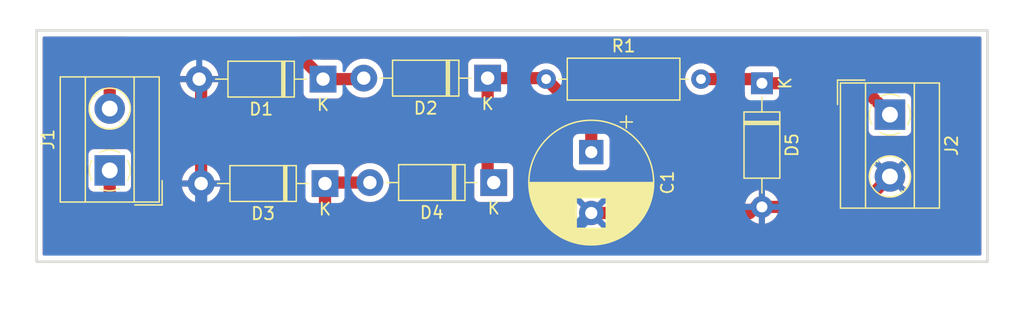
<source format=kicad_pcb>
(kicad_pcb (version 20240108) (generator "pcbnew") (generator_version "8.0")
  (layers (0 "F.Cu" signal) (31 "B.Cu" signal) (34 "B.Paste" user) (35 "F.Paste" user) (36 "B.SilkS" user "B.Silkscreen") (37 "F.SilkS" user "F.Silkscreen") (38 "B.Mask" user) (39 "F.Mask" user) (44 "Edge.Cuts" user))
  (net 0 "")
  (net 1 "GND")
  (net 2 "Net-(D2-K)")
  (net 3 "Net-(D1-K)")
  (net 4 "Net-(D3-K)")
  (net 5 "Net-(D5-K)")
  (footprint "Diode_THT:D_DO-41_SOD81_P10.16mm_Horizontal" (layer "F.Cu") (at 142.5 91.5 180)
    (property "Reference" "D4" (at 5.08 -2.47 180) (layer "F.SilkS"))
    (property "Value" "D")
    (fp_line (start 8.82 0) (end 7.8 0) (stroke (width 0.12)) (layer "F.SilkS"))
    (fp_line (start 7.8 1.47) (end 7.8 -1.47) (stroke (width 0.12)) (layer "F.SilkS"))
    (fp_line (start 7.8 -1.47) (end 2.36 -1.47) (stroke (width 0.12)) (layer "F.SilkS"))
    (fp_line (start 3.38 -1.47) (end 3.38 1.47) (stroke (width 0.12)) (layer "F.SilkS"))
    (fp_line (start 3.26 -1.47) (end 3.26 1.47) (stroke (width 0.12)) (layer "F.SilkS"))
    (fp_line (start 3.14 -1.47) (end 3.14 1.47) (stroke (width 0.12)) (layer "F.SilkS"))
    (fp_line (start 2.36 1.47) (end 7.8 1.47) (stroke (width 0.12)) (layer "F.SilkS"))
    (fp_line (start 2.36 -1.47) (end 2.36 1.47) (stroke (width 0.12)) (layer "F.SilkS"))
    (fp_line (start 1.34 0) (end 2.36 0) (stroke (width 0.12)) (layer "F.SilkS"))
    (fp_text user "K" (at 0 -2.1 180) (layer "F.SilkS"))
    (pad "1" thru_hole rect (at 0 0 180) (size 2.2 2.2) (drill 1.1) (layers "*.Cu" "*.Mask") (net 2 "Net-(D2-K)"))
    (pad "2" thru_hole oval (at 10.16 0 180) (size 2.2 2.2) (drill 1.1) (layers "*.Cu" "*.Mask") (net 4 "Net-(D3-K)"))
  )
  (footprint "TerminalBlock_MetzConnect:TerminalBlock_MetzConnect_Type101_RT01602HBWC_1x02_P5.08mm_Horizontal" (layer "F.Cu") (at 111 90.5 90)
    (property "Reference" "J1" (at 2.54 -5.06 -90) (layer "F.SilkS"))
    (property "Value" "Screw_Terminal_01x02")
    (fp_line (start 7.68 -4.06) (end 7.68 4.06) (stroke (width 0.12)) (layer "F.SilkS"))
    (fp_line (start -2.6 -4.06) (end 7.68 -4.06) (stroke (width 0.12)) (layer "F.SilkS"))
    (fp_line (start -2.6 -4.06) (end -2.6 4.06) (stroke (width 0.12)) (layer "F.SilkS"))
    (fp_line (start -2.6 -2) (end 7.68 -2) (stroke (width 0.12)) (layer "F.SilkS"))
    (fp_line (start 6.15 -1.275) (end 6.091 -1.216) (stroke (width 0.12)) (layer "F.SilkS"))
    (fp_line (start 6.355 -1.069) (end 6.261 -0.976) (stroke (width 0.12)) (layer "F.SilkS"))
    (fp_line (start 3.9 0.976) (end 3.806 1.069) (stroke (width 0.12)) (layer "F.SilkS"))
    (fp_line (start 4.07 1.216) (end 4.011 1.274) (stroke (width 0.12)) (layer "F.SilkS"))
    (fp_line (start -2.6 2) (end 7.68 2) (stroke (width 0.12)) (layer "F.SilkS"))
    (fp_line (start -2.84 2.06) (end -2.84 4.3) (stroke (width 0.12)) (layer "F.SilkS"))
    (fp_line (start -2.6 4.06) (end 7.68 4.06) (stroke (width 0.12)) (layer "F.SilkS"))
    (fp_line (start -2.84 4.3) (end -0.84 4.3) (stroke (width 0.12)) (layer "F.SilkS"))
    (fp_arc (start -0.789089 -1.483953) (mid -0.00005 -1.680708) (end 0.789 -1.484) (stroke (width 0.12)) (layer "F.SilkS"))
    (fp_arc (start 1.483953 -0.789089) (mid 1.680708 -0.00005) (end 1.484 0.789) (stroke (width 0.12)) (layer "F.SilkS"))
    (fp_arc (start -1.483953 0.789089) (mid -1.680708 0.00005) (end -1.484 -0.789) (stroke (width 0.12)) (layer "F.SilkS"))
    (fp_arc (start 0.788712 1.483352) (mid 0.406429 1.630097) (end 0 1.68) (stroke (width 0.12)) (layer "F.SilkS"))
    (fp_arc (start 0.029383 1.68045) (mid -0.392304 1.634281) (end -0.789 1.484) (stroke (width 0.12)) (layer "F.SilkS"))
    (fp_circle (center 5.08 0) (end 6.76 0) (stroke (width 0.12)) (fill none) (layer "F.SilkS"))
    (pad "1" thru_hole rect (at 0 0 90) (size 2.5 2.5) (drill 1.3) (layers "*.Cu" "*.Mask") (net 4 "Net-(D3-K)"))
    (pad "2" thru_hole circle (at 5.08 0 90) (size 2.5 2.5) (drill 1.3) (layers "*.Cu" "*.Mask") (net 3 "Net-(D1-K)"))
  )
  (footprint "Diode_THT:D_DO-41_SOD81_P10.16mm_Horizontal" (layer "F.Cu") (at 128.5 83 180)
    (property "Reference" "D1" (at 5.08 -2.47 180) (layer "F.SilkS"))
    (property "Value" "D")
    (fp_line (start 8.82 0) (end 7.8 0) (stroke (width 0.12)) (layer "F.SilkS"))
    (fp_line (start 7.8 1.47) (end 7.8 -1.47) (stroke (width 0.12)) (layer "F.SilkS"))
    (fp_line (start 7.8 -1.47) (end 2.36 -1.47) (stroke (width 0.12)) (layer "F.SilkS"))
    (fp_line (start 3.38 -1.47) (end 3.38 1.47) (stroke (width 0.12)) (layer "F.SilkS"))
    (fp_line (start 3.26 -1.47) (end 3.26 1.47) (stroke (width 0.12)) (layer "F.SilkS"))
    (fp_line (start 3.14 -1.47) (end 3.14 1.47) (stroke (width 0.12)) (layer "F.SilkS"))
    (fp_line (start 2.36 1.47) (end 7.8 1.47) (stroke (width 0.12)) (layer "F.SilkS"))
    (fp_line (start 2.36 -1.47) (end 2.36 1.47) (stroke (width 0.12)) (layer "F.SilkS"))
    (fp_line (start 1.34 0) (end 2.36 0) (stroke (width 0.12)) (layer "F.SilkS"))
    (fp_text user "K" (at 0 -2.1 180) (layer "F.SilkS"))
    (pad "1" thru_hole rect (at 0 0 180) (size 2.2 2.2) (drill 1.1) (layers "*.Cu" "*.Mask") (net 3 "Net-(D1-K)"))
    (pad "2" thru_hole oval (at 10.16 0 180) (size 2.2 2.2) (drill 1.1) (layers "*.Cu" "*.Mask") (net 1 "GND"))
  )
  (footprint "Resistor_THT:R_Axial_DIN0309_L9.0mm_D3.2mm_P12.70mm_Horizontal" (layer "F.Cu") (at 146.8 83)
    (property "Reference" "R1" (at 6.35 -2.72 0) (layer "F.SilkS"))
    (property "Value" "R")
    (fp_line (start 1.04 0) (end 1.73 0) (stroke (width 0.12)) (layer "F.SilkS"))
    (fp_line (start 1.73 -1.72) (end 1.73 1.72) (stroke (width 0.12)) (layer "F.SilkS"))
    (fp_line (start 1.73 1.72) (end 10.97 1.72) (stroke (width 0.12)) (layer "F.SilkS"))
    (fp_line (start 10.97 -1.72) (end 1.73 -1.72) (stroke (width 0.12)) (layer "F.SilkS"))
    (fp_line (start 10.97 1.72) (end 10.97 -1.72) (stroke (width 0.12)) (layer "F.SilkS"))
    (fp_line (start 11.66 0) (end 10.97 0) (stroke (width 0.12)) (layer "F.SilkS"))
    (pad "1" thru_hole circle (at 0 0) (size 1.6 1.6) (drill 0.8) (layers "*.Cu" "*.Mask") (net 2 "Net-(D2-K)"))
    (pad "2" thru_hole oval (at 12.7 0) (size 1.6 1.6) (drill 0.8) (layers "*.Cu" "*.Mask") (net 5 "Net-(D5-K)"))
  )
  (footprint "Diode_THT:D_A-405_P10.16mm_Horizontal" (layer "F.Cu") (at 164.5 83.34 -90)
    (property "Reference" "D5" (at 5.08 -2.47 90) (layer "F.SilkS"))
    (property "Value" "D_Zener")
    (fp_line (start 2.36 1.47) (end 7.8 1.47) (stroke (width 0.12)) (layer "F.SilkS"))
    (fp_line (start 7.8 1.47) (end 7.8 -1.47) (stroke (width 0.12)) (layer "F.SilkS"))
    (fp_line (start 1.14 0) (end 2.36 0) (stroke (width 0.12)) (layer "F.SilkS"))
    (fp_line (start 9.02 0) (end 7.8 0) (stroke (width 0.12)) (layer "F.SilkS"))
    (fp_line (start 2.36 -1.47) (end 2.36 1.47) (stroke (width 0.12)) (layer "F.SilkS"))
    (fp_line (start 3.14 -1.47) (end 3.14 1.47) (stroke (width 0.12)) (layer "F.SilkS"))
    (fp_line (start 3.26 -1.47) (end 3.26 1.47) (stroke (width 0.12)) (layer "F.SilkS"))
    (fp_line (start 3.38 -1.47) (end 3.38 1.47) (stroke (width 0.12)) (layer "F.SilkS"))
    (fp_line (start 7.8 -1.47) (end 2.36 -1.47) (stroke (width 0.12)) (layer "F.SilkS"))
    (fp_text user "K" (at 0 -1.9 90) (layer "F.SilkS"))
    (pad "1" thru_hole rect (at 0 0 270) (size 1.8 1.8) (drill 0.9) (layers "*.Cu" "*.Mask") (net 5 "Net-(D5-K)"))
    (pad "2" thru_hole oval (at 10.16 0 270) (size 1.8 1.8) (drill 0.9) (layers "*.Cu" "*.Mask") (net 1 "GND"))
  )
  (footprint "Capacitor_THT:CP_Radial_D10.0mm_P5.00mm" (layer "F.Cu") (at 150.5 89 -90)
    (property "Reference" "C1" (at 2.5 -6.25 90) (layer "F.SilkS"))
    (property "Value" "C_Polarized_US")
    (fp_line (start 3.781 1.241) (end 3.781 4.918) (stroke (width 0.12)) (layer "F.SilkS"))
    (fp_line (start 3.821 1.241) (end 3.821 4.907) (stroke (width 0.12)) (layer "F.SilkS"))
    (fp_line (start 3.861 1.241) (end 3.861 4.897) (stroke (width 0.12)) (layer "F.SilkS"))
    (fp_line (start 3.901 1.241) (end 3.901 4.885) (stroke (width 0.12)) (layer "F.SilkS"))
    (fp_line (start 3.941 1.241) (end 3.941 4.874) (stroke (width 0.12)) (layer "F.SilkS"))
    (fp_line (start 3.981 1.241) (end 3.981 4.862) (stroke (width 0.12)) (layer "F.SilkS"))
    (fp_line (start 4.021 1.241) (end 4.021 4.85) (stroke (width 0.12)) (layer "F.SilkS"))
    (fp_line (start 4.061 1.241) (end 4.061 4.837) (stroke (width 0.12)) (layer "F.SilkS"))
    (fp_line (start 4.101 1.241) (end 4.101 4.824) (stroke (width 0.12)) (layer "F.SilkS"))
    (fp_line (start 4.141 1.241) (end 4.141 4.811) (stroke (width 0.12)) (layer "F.SilkS"))
    (fp_line (start 4.181 1.241) (end 4.181 4.797) (stroke (width 0.12)) (layer "F.SilkS"))
    (fp_line (start 4.221 1.241) (end 4.221 4.783) (stroke (width 0.12)) (layer "F.SilkS"))
    (fp_line (start 4.261 1.241) (end 4.261 4.768) (stroke (width 0.12)) (layer "F.SilkS"))
    (fp_line (start 4.301 1.241) (end 4.301 4.754) (stroke (width 0.12)) (layer "F.SilkS"))
    (fp_line (start 4.341 1.241) (end 4.341 4.738) (stroke (width 0.12)) (layer "F.SilkS"))
    (fp_line (start 4.381 1.241) (end 4.381 4.723) (stroke (width 0.12)) (layer "F.SilkS"))
    (fp_line (start 4.421 1.241) (end 4.421 4.707) (stroke (width 0.12)) (layer "F.SilkS"))
    (fp_line (start 4.461 1.241) (end 4.461 4.69) (stroke (width 0.12)) (layer "F.SilkS"))
    (fp_line (start 4.501 1.241) (end 4.501 4.674) (stroke (width 0.12)) (layer "F.SilkS"))
    (fp_line (start 4.541 1.241) (end 4.541 4.657) (stroke (width 0.12)) (layer "F.SilkS"))
    (fp_line (start 4.581 1.241) (end 4.581 4.639) (stroke (width 0.12)) (layer "F.SilkS"))
    (fp_line (start 4.621 1.241) (end 4.621 4.621) (stroke (width 0.12)) (layer "F.SilkS"))
    (fp_line (start 4.661 1.241) (end 4.661 4.603) (stroke (width 0.12)) (layer "F.SilkS"))
    (fp_line (start 4.701 1.241) (end 4.701 4.584) (stroke (width 0.12)) (layer "F.SilkS"))
    (fp_line (start 4.741 1.241) (end 4.741 4.564) (stroke (width 0.12)) (layer "F.SilkS"))
    (fp_line (start 4.781 1.241) (end 4.781 4.545) (stroke (width 0.12)) (layer "F.SilkS"))
    (fp_line (start 4.821 1.241) (end 4.821 4.525) (stroke (width 0.12)) (layer "F.SilkS"))
    (fp_line (start 4.861 1.241) (end 4.861 4.504) (stroke (width 0.12)) (layer "F.SilkS"))
    (fp_line (start 4.901 1.241) (end 4.901 4.483) (stroke (width 0.12)) (layer "F.SilkS"))
    (fp_line (start 4.941 1.241) (end 4.941 4.462) (stroke (width 0.12)) (layer "F.SilkS"))
    (fp_line (start 4.981 1.241) (end 4.981 4.44) (stroke (width 0.12)) (layer "F.SilkS"))
    (fp_line (start 5.021 1.241) (end 5.021 4.417) (stroke (width 0.12)) (layer "F.SilkS"))
    (fp_line (start 5.061 1.241) (end 5.061 4.395) (stroke (width 0.12)) (layer "F.SilkS"))
    (fp_line (start 5.101 1.241) (end 5.101 4.371) (stroke (width 0.12)) (layer "F.SilkS"))
    (fp_line (start 5.141 1.241) (end 5.141 4.347) (stroke (width 0.12)) (layer "F.SilkS"))
    (fp_line (start 5.181 1.241) (end 5.181 4.323) (stroke (width 0.12)) (layer "F.SilkS"))
    (fp_line (start 5.221 1.241) (end 5.221 4.298) (stroke (width 0.12)) (layer "F.SilkS"))
    (fp_line (start 5.261 1.241) (end 5.261 4.273) (stroke (width 0.12)) (layer "F.SilkS"))
    (fp_line (start 5.301 1.241) (end 5.301 4.247) (stroke (width 0.12)) (layer "F.SilkS"))
    (fp_line (start 5.341 1.241) (end 5.341 4.221) (stroke (width 0.12)) (layer "F.SilkS"))
    (fp_line (start 5.381 1.241) (end 5.381 4.194) (stroke (width 0.12)) (layer "F.SilkS"))
    (fp_line (start 5.421 1.241) (end 5.421 4.166) (stroke (width 0.12)) (layer "F.SilkS"))
    (fp_line (start 5.461 1.241) (end 5.461 4.138) (stroke (width 0.12)) (layer "F.SilkS"))
    (fp_line (start 5.501 1.241) (end 5.501 4.11) (stroke (width 0.12)) (layer "F.SilkS"))
    (fp_line (start 5.541 1.241) (end 5.541 4.08) (stroke (width 0.12)) (layer "F.SilkS"))
    (fp_line (start 5.581 1.241) (end 5.581 4.05) (stroke (width 0.12)) (layer "F.SilkS"))
    (fp_line (start 5.621 1.241) (end 5.621 4.02) (stroke (width 0.12)) (layer "F.SilkS"))
    (fp_line (start 5.661 1.241) (end 5.661 3.989) (stroke (width 0.12)) (layer "F.SilkS"))
    (fp_line (start 5.701 1.241) (end 5.701 3.957) (stroke (width 0.12)) (layer "F.SilkS"))
    (fp_line (start 5.741 1.241) (end 5.741 3.925) (stroke (width 0.12)) (layer "F.SilkS"))
    (fp_line (start 5.781 1.241) (end 5.781 3.892) (stroke (width 0.12)) (layer "F.SilkS"))
    (fp_line (start 5.821 1.241) (end 5.821 3.858) (stroke (width 0.12)) (layer "F.SilkS"))
    (fp_line (start 5.861 1.241) (end 5.861 3.824) (stroke (width 0.12)) (layer "F.SilkS"))
    (fp_line (start 5.901 1.241) (end 5.901 3.789) (stroke (width 0.12)) (layer "F.SilkS"))
    (fp_line (start 5.941 1.241) (end 5.941 3.753) (stroke (width 0.12)) (layer "F.SilkS"))
    (fp_line (start 5.981 1.241) (end 5.981 3.716) (stroke (width 0.12)) (layer "F.SilkS"))
    (fp_line (start 6.021 1.241) (end 6.021 3.679) (stroke (width 0.12)) (layer "F.SilkS"))
    (fp_line (start 6.061 1.241) (end 6.061 3.64) (stroke (width 0.12)) (layer "F.SilkS"))
    (fp_line (start 6.101 1.241) (end 6.101 3.601) (stroke (width 0.12)) (layer "F.SilkS"))
    (fp_line (start 6.141 1.241) (end 6.141 3.561) (stroke (width 0.12)) (layer "F.SilkS"))
    (fp_line (start 6.181 1.241) (end 6.181 3.52) (stroke (width 0.12)) (layer "F.SilkS"))
    (fp_line (start 6.221 1.241) (end 6.221 3.478) (stroke (width 0.12)) (layer "F.SilkS"))
    (fp_line (start 7.581 -0.599) (end 7.581 0.599) (stroke (width 0.12)) (layer "F.SilkS"))
    (fp_line (start 7.541 -0.862) (end 7.541 0.862) (stroke (width 0.12)) (layer "F.SilkS"))
    (fp_line (start 7.501 -1.062) (end 7.501 1.062) (stroke (width 0.12)) (layer "F.SilkS"))
    (fp_line (start 7.461 -1.23) (end 7.461 1.23) (stroke (width 0.12)) (layer "F.SilkS"))
    (fp_line (start 7.421 -1.378) (end 7.421 1.378) (stroke (width 0.12)) (layer "F.SilkS"))
    (fp_line (start 7.381 -1.51) (end 7.381 1.51) (stroke (width 0.12)) (layer "F.SilkS"))
    (fp_line (start 7.341 -1.63) (end 7.341 1.63) (stroke (width 0.12)) (layer "F.SilkS"))
    (fp_line (start 7.301 -1.742) (end 7.301 1.742) (stroke (width 0.12)) (layer "F.SilkS"))
    (fp_line (start 7.261 -1.846) (end 7.261 1.846) (stroke (width 0.12)) (layer "F.SilkS"))
    (fp_line (start 7.221 -1.944) (end 7.221 1.944) (stroke (width 0.12)) (layer "F.SilkS"))
    (fp_line (start 7.181 -2.037) (end 7.181 2.037) (stroke (width 0.12)) (layer "F.SilkS"))
    (fp_line (start 7.141 -2.125) (end 7.141 2.125) (stroke (width 0.12)) (layer "F.SilkS"))
    (fp_line (start 7.101 -2.209) (end 7.101 2.209) (stroke (width 0.12)) (layer "F.SilkS"))
    (fp_line (start 7.061 -2.289) (end 7.061 2.289) (stroke (width 0.12)) (layer "F.SilkS"))
    (fp_line (start 7.021 -2.365) (end 7.021 2.365) (stroke (width 0.12)) (layer "F.SilkS"))
    (fp_line (start 6.981 -2.439) (end 6.981 2.439) (stroke (width 0.12)) (layer "F.SilkS"))
    (fp_line (start 6.941 -2.51) (end 6.941 2.51) (stroke (width 0.12)) (layer "F.SilkS"))
    (fp_line (start 6.901 -2.579) (end 6.901 2.579) (stroke (width 0.12)) (layer "F.SilkS"))
    (fp_line (start 6.861 -2.645) (end 6.861 2.645) (stroke (width 0.12)) (layer "F.SilkS"))
    (fp_line (start 6.821 -2.709) (end 6.821 2.709) (stroke (width 0.12)) (layer "F.SilkS"))
    (fp_line (start 6.781 -2.77) (end 6.781 2.77) (stroke (width 0.12)) (layer "F.SilkS"))
    (fp_line (start 6.741 -2.83) (end 6.741 2.83) (stroke (width 0.12)) (layer "F.SilkS"))
    (fp_line (start -2.979646 -2.875) (end -1.979646 -2.875) (stroke (width 0.12)) (layer "F.SilkS"))
    (fp_line (start 6.701 -2.889) (end 6.701 2.889) (stroke (width 0.12)) (layer "F.SilkS"))
    (fp_line (start 6.661 -2.945) (end 6.661 2.945) (stroke (width 0.12)) (layer "F.SilkS"))
    (fp_line (start 6.621 -3) (end 6.621 3) (stroke (width 0.12)) (layer "F.SilkS"))
    (fp_line (start 6.581 -3.054) (end 6.581 3.054) (stroke (width 0.12)) (layer "F.SilkS"))
    (fp_line (start 6.541 -3.106) (end 6.541 3.106) (stroke (width 0.12)) (layer "F.SilkS"))
    (fp_line (start 6.501 -3.156) (end 6.501 3.156) (stroke (width 0.12)) (layer "F.SilkS"))
    (fp_line (start 6.461 -3.206) (end 6.461 3.206) (stroke (width 0.12)) (layer "F.SilkS"))
    (fp_line (start 6.421 -3.254) (end 6.421 3.254) (stroke (width 0.12)) (layer "F.SilkS"))
    (fp_line (start 6.381 -3.301) (end 6.381 3.301) (stroke (width 0.12)) (layer "F.SilkS"))
    (fp_line (start 6.341 -3.347) (end 6.341 3.347) (stroke (width 0.12)) (layer "F.SilkS"))
    (fp_line (start -2.479646 -3.375) (end -2.479646 -2.375) (stroke (width 0.12)) (layer "F.SilkS"))
    (fp_line (start 6.301 -3.392) (end 6.301 3.392) (stroke (width 0.12)) (layer "F.SilkS"))
    (fp_line (start 6.261 -3.436) (end 6.261 3.436) (stroke (width 0.12)) (layer "F.SilkS"))
    (fp_line (start 6.221 -3.478) (end 6.221 -1.241) (stroke (width 0.12)) (layer "F.SilkS"))
    (fp_line (start 6.181 -3.52) (end 6.181 -1.241) (stroke (width 0.12)) (layer "F.SilkS"))
    (fp_line (start 6.141 -3.561) (end 6.141 -1.241) (stroke (width 0.12)) (layer "F.SilkS"))
    (fp_line (start 6.101 -3.601) (end 6.101 -1.241) (stroke (width 0.12)) (layer "F.SilkS"))
    (fp_line (start 6.061 -3.64) (end 6.061 -1.241) (stroke (width 0.12)) (layer "F.SilkS"))
    (fp_line (start 6.021 -3.679) (end 6.021 -1.241) (stroke (width 0.12)) (layer "F.SilkS"))
    (fp_line (start 5.981 -3.716) (end 5.981 -1.241) (stroke (width 0.12)) (layer "F.SilkS"))
    (fp_line (start 5.941 -3.753) (end 5.941 -1.241) (stroke (width 0.12)) (layer "F.SilkS"))
    (fp_line (start 5.901 -3.789) (end 5.901 -1.241) (stroke (width 0.12)) (layer "F.SilkS"))
    (fp_line (start 5.861 -3.824) (end 5.861 -1.241) (stroke (width 0.12)) (layer "F.SilkS"))
    (fp_line (start 5.821 -3.858) (end 5.821 -1.241) (stroke (width 0.12)) (layer "F.SilkS"))
    (fp_line (start 5.781 -3.892) (end 5.781 -1.241) (stroke (width 0.12)) (layer "F.SilkS"))
    (fp_line (start 5.741 -3.925) (end 5.741 -1.241) (stroke (width 0.12)) (layer "F.SilkS"))
    (fp_line (start 5.701 -3.957) (end 5.701 -1.241) (stroke (width 0.12)) (layer "F.SilkS"))
    (fp_line (start 5.661 -3.989) (end 5.661 -1.241) (stroke (width 0.12)) (layer "F.SilkS"))
    (fp_line (start 5.621 -4.02) (end 5.621 -1.241) (stroke (width 0.12)) (layer "F.SilkS"))
    (fp_line (start 5.581 -4.05) (end 5.581 -1.241) (stroke (width 0.12)) (layer "F.SilkS"))
    (fp_line (start 5.541 -4.08) (end 5.541 -1.241) (stroke (width 0.12)) (layer "F.SilkS"))
    (fp_line (start 5.501 -4.11) (end 5.501 -1.241) (stroke (width 0.12)) (layer "F.SilkS"))
    (fp_line (start 5.461 -4.138) (end 5.461 -1.241) (stroke (width 0.12)) (layer "F.SilkS"))
    (fp_line (start 5.421 -4.166) (end 5.421 -1.241) (stroke (width 0.12)) (layer "F.SilkS"))
    (fp_line (start 5.381 -4.194) (end 5.381 -1.241) (stroke (width 0.12)) (layer "F.SilkS"))
    (fp_line (start 5.341 -4.221) (end 5.341 -1.241) (stroke (width 0.12)) (layer "F.SilkS"))
    (fp_line (start 5.301 -4.247) (end 5.301 -1.241) (stroke (width 0.12)) (layer "F.SilkS"))
    (fp_line (start 5.261 -4.273) (end 5.261 -1.241) (stroke (width 0.12)) (layer "F.SilkS"))
    (fp_line (start 5.221 -4.298) (end 5.221 -1.241) (stroke (width 0.12)) (layer "F.SilkS"))
    (fp_line (start 5.181 -4.323) (end 5.181 -1.241) (stroke (width 0.12)) (layer "F.SilkS"))
    (fp_line (start 5.141 -4.347) (end 5.141 -1.241) (stroke (width 0.12)) (layer "F.SilkS"))
    (fp_line (start 5.101 -4.371) (end 5.101 -1.241) (stroke (width 0.12)) (layer "F.SilkS"))
    (fp_line (start 5.061 -4.395) (end 5.061 -1.241) (stroke (width 0.12)) (layer "F.SilkS"))
    (fp_line (start 5.021 -4.417) (end 5.021 -1.241) (stroke (width 0.12)) (layer "F.SilkS"))
    (fp_line (start 4.981 -4.44) (end 4.981 -1.241) (stroke (width 0.12)) (layer "F.SilkS"))
    (fp_line (start 4.941 -4.462) (end 4.941 -1.241) (stroke (width 0.12)) (layer "F.SilkS"))
    (fp_line (start 4.901 -4.483) (end 4.901 -1.241) (stroke (width 0.12)) (layer "F.SilkS"))
    (fp_line (start 4.861 -4.504) (end 4.861 -1.241) (stroke (width 0.12)) (layer "F.SilkS"))
    (fp_line (start 4.821 -4.525) (end 4.821 -1.241) (stroke (width 0.12)) (layer "F.SilkS"))
    (fp_line (start 4.781 -4.545) (end 4.781 -1.241) (stroke (width 0.12)) (layer "F.SilkS"))
    (fp_line (start 4.741 -4.564) (end 4.741 -1.241) (stroke (width 0.12)) (layer "F.SilkS"))
    (fp_line (start 4.701 -4.584) (end 4.701 -1.241) (stroke (width 0.12)) (layer "F.SilkS"))
    (fp_line (start 4.661 -4.603) (end 4.661 -1.241) (stroke (width 0.12)) (layer "F.SilkS"))
    (fp_line (start 4.621 -4.621) (end 4.621 -1.241) (stroke (width 0.12)) (layer "F.SilkS"))
    (fp_line (start 4.581 -4.639) (end 4.581 -1.241) (stroke (width 0.12)) (layer "F.SilkS"))
    (fp_line (start 4.541 -4.657) (end 4.541 -1.241) (stroke (width 0.12)) (layer "F.SilkS"))
    (fp_line (start 4.501 -4.674) (end 4.501 -1.241) (stroke (width 0.12)) (layer "F.SilkS"))
    (fp_line (start 4.461 -4.69) (end 4.461 -1.241) (stroke (width 0.12)) (layer "F.SilkS"))
    (fp_line (start 4.421 -4.707) (end 4.421 -1.241) (stroke (width 0.12)) (layer "F.SilkS"))
    (fp_line (start 4.381 -4.723) (end 4.381 -1.241) (stroke (width 0.12)) (layer "F.SilkS"))
    (fp_line (start 4.341 -4.738) (end 4.341 -1.241) (stroke (width 0.12)) (layer "F.SilkS"))
    (fp_line (start 4.301 -4.754) (end 4.301 -1.241) (stroke (width 0.12)) (layer "F.SilkS"))
    (fp_line (start 4.261 -4.768) (end 4.261 -1.241) (stroke (width 0.12)) (layer "F.SilkS"))
    (fp_line (start 4.221 -4.783) (end 4.221 -1.241) (stroke (width 0.12)) (layer "F.SilkS"))
    (fp_line (start 4.181 -4.797) (end 4.181 -1.241) (stroke (width 0.12)) (layer "F.SilkS"))
    (fp_line (start 4.141 -4.811) (end 4.141 -1.241) (stroke (width 0.12)) (layer "F.SilkS"))
    (fp_line (start 4.101 -4.824) (end 4.101 -1.241) (stroke (width 0.12)) (layer "F.SilkS"))
    (fp_line (start 4.061 -4.837) (end 4.061 -1.241) (stroke (width 0.12)) (layer "F.SilkS"))
    (fp_line (start 4.021 -4.85) (end 4.021 -1.241) (stroke (width 0.12)) (layer "F.SilkS"))
    (fp_line (start 3.981 -4.862) (end 3.981 -1.241) (stroke (width 0.12)) (layer "F.SilkS"))
    (fp_line (start 3.941 -4.874) (end 3.941 -1.241) (stroke (width 0.12)) (layer "F.SilkS"))
    (fp_line (start 3.901 -4.885) (end 3.901 -1.241) (stroke (width 0.12)) (layer "F.SilkS"))
    (fp_line (start 3.861 -4.897) (end 3.861 -1.241) (stroke (width 0.12)) (layer "F.SilkS"))
    (fp_line (start 3.821 -4.907) (end 3.821 -1.241) (stroke (width 0.12)) (layer "F.SilkS"))
    (fp_line (start 3.781 -4.918) (end 3.781 -1.241) (stroke (width 0.12)) (layer "F.SilkS"))
    (fp_line (start 3.741 -4.928) (end 3.741 4.928) (stroke (width 0.12)) (layer "F.SilkS"))
    (fp_line (start 3.701 -4.938) (end 3.701 4.938) (stroke (width 0.12)) (layer "F.SilkS"))
    (fp_line (start 3.661 -4.947) (end 3.661 4.947) (stroke (width 0.12)) (layer "F.SilkS"))
    (fp_line (start 3.621 -4.956) (end 3.621 4.956) (stroke (width 0.12)) (layer "F.SilkS"))
    (fp_line (start 3.581 -4.965) (end 3.581 4.965) (stroke (width 0.12)) (layer "F.SilkS"))
    (fp_line (start 3.541 -4.974) (end 3.541 4.974) (stroke (width 0.12)) (layer "F.SilkS"))
    (fp_line (start 3.501 -4.982) (end 3.501 4.982) (stroke (width 0.12)) (layer "F.SilkS"))
    (fp_line (start 3.461 -4.99) (end 3.461 4.99) (stroke (width 0.12)) (layer "F.SilkS"))
    (fp_line (start 3.421 -4.997) (end 3.421 4.997) (stroke (width 0.12)) (layer "F.SilkS"))
    (fp_line (start 3.381 -5.004) (end 3.381 5.004) (stroke (width 0.12)) (layer "F.SilkS"))
    (fp_line (start 3.341 -5.011) (end 3.341 5.011) (stroke (width 0.12)) (layer "F.SilkS"))
    (fp_line (start 3.301 -5.018) (end 3.301 5.018) (stroke (width 0.12)) (layer "F.SilkS"))
    (fp_line (start 3.261 -5.024) (end 3.261 5.024) (stroke (width 0.12)) (layer "F.SilkS"))
    (fp_line (start 3.221 -5.03) (end 3.221 5.03) (stroke (width 0.12)) (layer "F.SilkS"))
    (fp_line (start 3.18 -5.035) (end 3.18 5.035) (stroke (width 0.12)) (layer "F.SilkS"))
    (fp_line (start 3.14 -5.04) (end 3.14 5.04) (stroke (width 0.12)) (layer "F.SilkS"))
    (fp_line (start 3.1 -5.045) (end 3.1 5.045) (stroke (width 0.12)) (layer "F.SilkS"))
    (fp_line (start 3.06 -5.05) (end 3.06 5.05) (stroke (width 0.12)) (layer "F.SilkS"))
    (fp_line (start 3.02 -5.054) (end 3.02 5.054) (stroke (width 0.12)) (layer "F.SilkS"))
    (fp_line (start 2.98 -5.058) (end 2.98 5.058) (stroke (width 0.12)) (layer "F.SilkS"))
    (fp_line (start 2.94 -5.062) (end 2.94 5.062) (stroke (width 0.12)) (layer "F.SilkS"))
    (fp_line (start 2.9 -5.065) (end 2.9 5.065) (stroke (width 0.12)) (layer "F.SilkS"))
    (fp_line (start 2.86 -5.068) (end 2.86 5.068) (stroke (width 0.12)) (layer "F.SilkS"))
    (fp_line (start 2.82 -5.07) (end 2.82 5.07) (stroke (width 0.12)) (layer "F.SilkS"))
    (fp_line (start 2.78 -5.073) (end 2.78 5.073) (stroke (width 0.12)) (layer "F.SilkS"))
    (fp_line (start 2.74 -5.075) (end 2.74 5.075) (stroke (width 0.12)) (layer "F.SilkS"))
    (fp_line (start 2.7 -5.077) (end 2.7 5.077) (stroke (width 0.12)) (layer "F.SilkS"))
    (fp_line (start 2.66 -5.078) (end 2.66 5.078) (stroke (width 0.12)) (layer "F.SilkS"))
    (fp_line (start 2.62 -5.079) (end 2.62 5.079) (stroke (width 0.12)) (layer "F.SilkS"))
    (fp_line (start 2.5 -5.08) (end 2.5 5.08) (stroke (width 0.12)) (layer "F.SilkS"))
    (fp_line (start 2.54 -5.08) (end 2.54 5.08) (stroke (width 0.12)) (layer "F.SilkS"))
    (fp_line (start 2.58 -5.08) (end 2.58 5.08) (stroke (width 0.12)) (layer "F.SilkS"))
    (fp_circle (center 2.5 0) (end 7.62 0) (stroke (width 0.12)) (fill none) (layer "F.SilkS"))
    (pad "1" thru_hole rect (at 0 0 270) (size 2 2) (drill 1) (layers "*.Cu" "*.Mask") (net 2 "Net-(D2-K)"))
    (pad "2" thru_hole circle (at 5 0 270) (size 2 2) (drill 1) (layers "*.Cu" "*.Mask") (net 1 "GND"))
  )
  (footprint "Diode_THT:D_DO-41_SOD81_P10.16mm_Horizontal" (layer "F.Cu") (at 142 82.92 180)
    (property "Reference" "D2" (at 5.08 -2.47 180) (layer "F.SilkS"))
    (property "Value" "D")
    (fp_line (start 8.82 0) (end 7.8 0) (stroke (width 0.12)) (layer "F.SilkS"))
    (fp_line (start 7.8 1.47) (end 7.8 -1.47) (stroke (width 0.12)) (layer "F.SilkS"))
    (fp_line (start 7.8 -1.47) (end 2.36 -1.47) (stroke (width 0.12)) (layer "F.SilkS"))
    (fp_line (start 3.38 -1.47) (end 3.38 1.47) (stroke (width 0.12)) (layer "F.SilkS"))
    (fp_line (start 3.26 -1.47) (end 3.26 1.47) (stroke (width 0.12)) (layer "F.SilkS"))
    (fp_line (start 3.14 -1.47) (end 3.14 1.47) (stroke (width 0.12)) (layer "F.SilkS"))
    (fp_line (start 2.36 1.47) (end 7.8 1.47) (stroke (width 0.12)) (layer "F.SilkS"))
    (fp_line (start 2.36 -1.47) (end 2.36 1.47) (stroke (width 0.12)) (layer "F.SilkS"))
    (fp_line (start 1.34 0) (end 2.36 0) (stroke (width 0.12)) (layer "F.SilkS"))
    (fp_text user "K" (at 0 -2.1 180) (layer "F.SilkS"))
    (pad "1" thru_hole rect (at 0 0 180) (size 2.2 2.2) (drill 1.1) (layers "*.Cu" "*.Mask") (net 2 "Net-(D2-K)"))
    (pad "2" thru_hole oval (at 10.16 0 180) (size 2.2 2.2) (drill 1.1) (layers "*.Cu" "*.Mask") (net 3 "Net-(D1-K)"))
  )
  (footprint "Diode_THT:D_DO-41_SOD81_P10.16mm_Horizontal" (layer "F.Cu") (at 128.66 91.58 180)
    (property "Reference" "D3" (at 5.08 -2.47 180) (layer "F.SilkS"))
    (property "Value" "D")
    (fp_line (start 8.82 0) (end 7.8 0) (stroke (width 0.12)) (layer "F.SilkS"))
    (fp_line (start 7.8 1.47) (end 7.8 -1.47) (stroke (width 0.12)) (layer "F.SilkS"))
    (fp_line (start 7.8 -1.47) (end 2.36 -1.47) (stroke (width 0.12)) (layer "F.SilkS"))
    (fp_line (start 3.38 -1.47) (end 3.38 1.47) (stroke (width 0.12)) (layer "F.SilkS"))
    (fp_line (start 3.26 -1.47) (end 3.26 1.47) (stroke (width 0.12)) (layer "F.SilkS"))
    (fp_line (start 3.14 -1.47) (end 3.14 1.47) (stroke (width 0.12)) (layer "F.SilkS"))
    (fp_line (start 2.36 1.47) (end 7.8 1.47) (stroke (width 0.12)) (layer "F.SilkS"))
    (fp_line (start 2.36 -1.47) (end 2.36 1.47) (stroke (width 0.12)) (layer "F.SilkS"))
    (fp_line (start 1.34 0) (end 2.36 0) (stroke (width 0.12)) (layer "F.SilkS"))
    (fp_text user "K" (at 0 -2.1 180) (layer "F.SilkS"))
    (pad "1" thru_hole rect (at 0 0 180) (size 2.2 2.2) (drill 1.1) (layers "*.Cu" "*.Mask") (net 4 "Net-(D3-K)"))
    (pad "2" thru_hole oval (at 10.16 0 180) (size 2.2 2.2) (drill 1.1) (layers "*.Cu" "*.Mask") (net 1 "GND"))
  )
  (footprint "TerminalBlock_MetzConnect:TerminalBlock_MetzConnect_Type101_RT01602HBWC_1x02_P5.08mm_Horizontal" (layer "F.Cu") (at 175 85.92 -90)
    (property "Reference" "J2" (at 2.54 -5.06 90) (layer "F.SilkS"))
    (property "Value" "Screw_Terminal_01x02")
    (fp_line (start -2.84 4.3) (end -0.84 4.3) (stroke (width 0.12)) (layer "F.SilkS"))
    (fp_line (start -2.6 4.06) (end 7.68 4.06) (stroke (width 0.12)) (layer "F.SilkS"))
    (fp_line (start -2.84 2.06) (end -2.84 4.3) (stroke (width 0.12)) (layer "F.SilkS"))
    (fp_line (start -2.6 2) (end 7.68 2) (stroke (width 0.12)) (layer "F.SilkS"))
    (fp_line (start 4.07 1.216) (end 4.011 1.274) (stroke (width 0.12)) (layer "F.SilkS"))
    (fp_line (start 3.9 0.976) (end 3.806 1.069) (stroke (width 0.12)) (layer "F.SilkS"))
    (fp_line (start 6.355 -1.069) (end 6.261 -0.976) (stroke (width 0.12)) (layer "F.SilkS"))
    (fp_line (start 6.15 -1.275) (end 6.091 -1.216) (stroke (width 0.12)) (layer "F.SilkS"))
    (fp_line (start -2.6 -2) (end 7.68 -2) (stroke (width 0.12)) (layer "F.SilkS"))
    (fp_line (start -2.6 -4.06) (end -2.6 4.06) (stroke (width 0.12)) (layer "F.SilkS"))
    (fp_line (start -2.6 -4.06) (end 7.68 -4.06) (stroke (width 0.12)) (layer "F.SilkS"))
    (fp_line (start 7.68 -4.06) (end 7.68 4.06) (stroke (width 0.12)) (layer "F.SilkS"))
    (fp_arc (start 0.029383 1.68045) (mid -0.392304 1.634281) (end -0.789 1.484) (stroke (width 0.12)) (layer "F.SilkS"))
    (fp_arc (start 0.788712 1.483352) (mid 0.406429 1.630097) (end 0 1.68) (stroke (width 0.12)) (layer "F.SilkS"))
    (fp_arc (start -1.483953 0.789089) (mid -1.680708 0.00005) (end -1.484 -0.789) (stroke (width 0.12)) (layer "F.SilkS"))
    (fp_arc (start 1.483953 -0.789089) (mid 1.680708 -0.00005) (end 1.484 0.789) (stroke (width 0.12)) (layer "F.SilkS"))
    (fp_arc (start -0.789089 -1.483953) (mid -0.00005 -1.680708) (end 0.789 -1.484) (stroke (width 0.12)) (layer "F.SilkS"))
    (fp_circle (center 5.08 0) (end 6.76 0) (stroke (width 0.12)) (fill none) (layer "F.SilkS"))
    (pad "1" thru_hole rect (at 0 0 270) (size 2.5 2.5) (drill 1.3) (layers "*.Cu" "*.Mask") (net 5 "Net-(D5-K)"))
    (pad "2" thru_hole circle (at 5.08 0 270) (size 2.5 2.5) (drill 1.3) (layers "*.Cu" "*.Mask") (net 1 "GND"))
  )
  (gr_rect (start 105 79) (end 183 98) (stroke (width 0.2)) (fill none) (layer "Edge.Cuts"))
  (segment (start 164.5 93.5) (end 172.5 93.5) (width 1) (layer "F.Cu") (net 1))
  (segment (start 118.34 83) (end 118.5 83) (width 1) (layer "F.Cu") (net 1))
  (segment (start 164.5 93.5) (end 164 93.5) (width 1) (layer "F.Cu") (net 1))
  (segment (start 118.5 83) (end 118.5 91.58) (width 1) (layer "F.Cu") (net 1))
  (segment (start 163.5 94) (end 150.5 94) (width 1) (layer "F.Cu") (net 1))
  (segment (start 164 93.5) (end 163.5 94) (width 1) (layer "F.Cu") (net 1))
  (segment (start 172.5 93.5) (end 175 91) (width 1) (layer "F.Cu") (net 1))
  (segment (start 118.5 94) (end 121 96.5) (width 1) (layer "B.Cu") (net 1))
  (segment (start 118.5 91.58) (end 118.5 94) (width 1) (layer "B.Cu") (net 1))
  (segment (start 148 96.5) (end 150.5 94) (width 1) (layer "B.Cu") (net 1))
  (segment (start 121 96.5) (end 148 96.5) (width 1) (layer "B.Cu") (net 1))
  (segment (start 150.5 89) (end 150.5 86.7) (width 1) (layer "F.Cu") (net 2))
  (segment (start 142 82.92) (end 142 91) (width 1) (layer "F.Cu") (net 2))
  (segment (start 142 82.92) (end 146.72 82.92) (width 1) (layer "F.Cu") (net 2))
  (segment (start 142 91) (end 142.5 91.5) (width 1) (layer "F.Cu") (net 2))
  (segment (start 150.5 86.7) (end 146.8 83) (width 1) (layer "F.Cu") (net 2))
  (segment (start 146.72 82.92) (end 146.8 83) (width 1) (layer "F.Cu") (net 2))
  (segment (start 111 82.5) (end 113 80.5) (width 1) (layer "F.Cu") (net 3))
  (segment (start 128.5 83) (end 131.76 83) (width 1) (layer "F.Cu") (net 3))
  (segment (start 113 80.5) (end 126 80.5) (width 1) (layer "F.Cu") (net 3))
  (segment (start 111 85.42) (end 111 82.5) (width 1) (layer "F.Cu") (net 3))
  (segment (start 131.76 83) (end 131.84 82.92) (width 1) (layer "F.Cu") (net 3))
  (segment (start 126 80.5) (end 128.5 83) (width 1) (layer "F.Cu") (net 3))
  (segment (start 111 93.5) (end 113 95.5) (width 1) (layer "F.Cu") (net 4))
  (segment (start 111 90.5) (end 111 93.5) (width 1) (layer "F.Cu") (net 4))
  (segment (start 127 95.5) (end 128.66 93.84) (width 1) (layer "F.Cu") (net 4))
  (segment (start 128.74 91.5) (end 128.66 91.58) (width 1) (layer "F.Cu") (net 4))
  (segment (start 132.34 91.5) (end 128.74 91.5) (width 1) (layer "F.Cu") (net 4))
  (segment (start 128.66 93.84) (end 128.66 91.58) (width 1) (layer "F.Cu") (net 4))
  (segment (start 113 95.5) (end 127 95.5) (width 1) (layer "F.Cu") (net 4))
  (segment (start 164.16 83) (end 164.5 83.34) (width 1) (layer "F.Cu") (net 5))
  (segment (start 159.5 83) (end 164.16 83) (width 1) (layer "F.Cu") (net 5))
  (segment (start 172.42 83.34) (end 175 85.92) (width 1) (layer "F.Cu") (net 5))
  (segment (start 164.5 83.34) (end 172.42 83.34) (width 1) (layer "F.Cu") (net 5))
  (zone (net 1) (net_name "GND") (layers "F&B.Cu") (connect_pads (clearance 0.5)) (min_thickness 0.25) (fill yes (thermal_gap 0.5) (thermal_bridge_width 0.5))
    (polygon (pts (xy 185.5 77) (xy 186 102) (xy 102 102) (xy 102 76.5)))
  )
)
</source>
